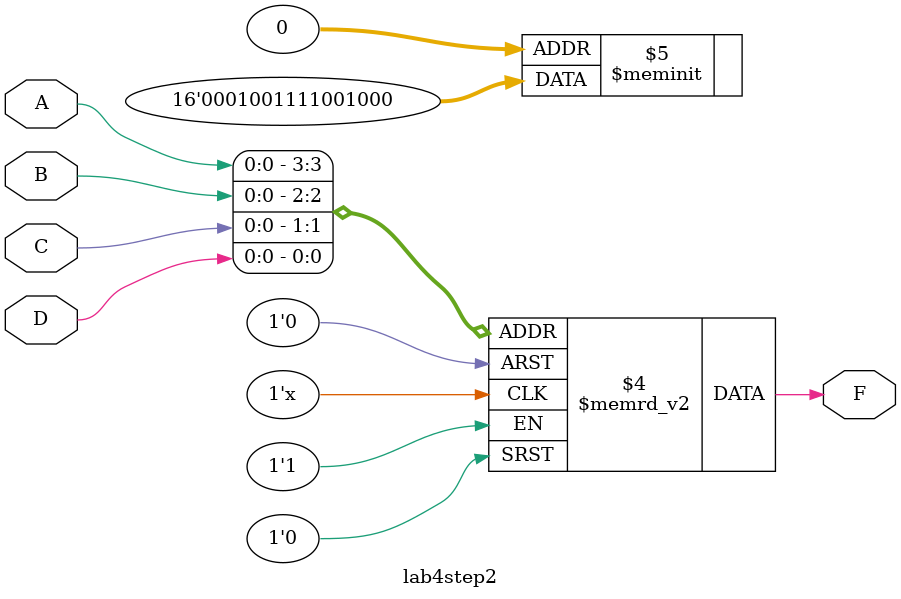
<source format=v>
module lab4step2(F,A,B,C,D);
	input A,B,C,D;
	output F;
	reg F;
	
	always @(A or B or C or D)
	begin 
		case({A,B,C,D})
		
			4'b0000:F='b0;
			4'b0001:F='b0;
			4'b0010:F='b0;
			4'b0011:F='b1;
			4'b0100:F='b0;
			4'b0101:F='b0;
			4'b0110:F='b1;
			4'b0111:F='b1;
			4'b1000:F='b1;
			4'b1001:F='b1;
			4'b1010:F='b0;
			4'b1011:F='b0;
			4'b1100:F='b1;
			4'b1101:F='b0;
			4'b1110:F='b0;
			4'b1111:F='b0;
			
		endcase
	end
	
endmodule
</source>
